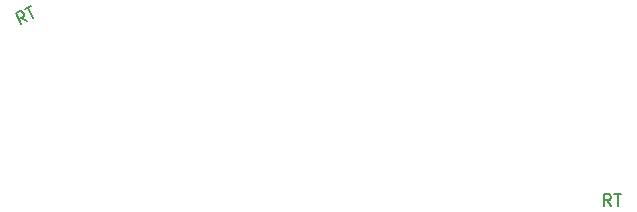
<source format=gto>
G04 #@! TF.GenerationSoftware,KiCad,Pcbnew,7.0.5*
G04 #@! TF.CreationDate,2023-08-16T14:00:07+08:00*
G04 #@! TF.ProjectId,RT,52542e6b-6963-4616-945f-706362585858,rev?*
G04 #@! TF.SameCoordinates,Original*
G04 #@! TF.FileFunction,Legend,Top*
G04 #@! TF.FilePolarity,Positive*
%FSLAX46Y46*%
G04 Gerber Fmt 4.6, Leading zero omitted, Abs format (unit mm)*
G04 Created by KiCad (PCBNEW 7.0.5) date 2023-08-16 14:00:07*
%MOMM*%
%LPD*%
G01*
G04 APERTURE LIST*
G04 Aperture macros list*
%AMRoundRect*
0 Rectangle with rounded corners*
0 $1 Rounding radius*
0 $2 $3 $4 $5 $6 $7 $8 $9 X,Y pos of 4 corners*
0 Add a 4 corners polygon primitive as box body*
4,1,4,$2,$3,$4,$5,$6,$7,$8,$9,$2,$3,0*
0 Add four circle primitives for the rounded corners*
1,1,$1+$1,$2,$3*
1,1,$1+$1,$4,$5*
1,1,$1+$1,$6,$7*
1,1,$1+$1,$8,$9*
0 Add four rect primitives between the rounded corners*
20,1,$1+$1,$2,$3,$4,$5,0*
20,1,$1+$1,$4,$5,$6,$7,0*
20,1,$1+$1,$6,$7,$8,$9,0*
20,1,$1+$1,$8,$9,$2,$3,0*%
%AMHorizOval*
0 Thick line with rounded ends*
0 $1 width*
0 $2 $3 position (X,Y) of the first rounded end (center of the circle)*
0 $4 $5 position (X,Y) of the second rounded end (center of the circle)*
0 Add line between two ends*
20,1,$1,$2,$3,$4,$5,0*
0 Add two circle primitives to create the rounded ends*
1,1,$1,$2,$3*
1,1,$1,$4,$5*%
%AMOutline4P*
0 Free polygon, 4 corners , with rotation*
0 The origin of the aperture is its center*
0 number of corners: always 4*
0 $1 to $8 corner X, Y*
0 $9 Rotation angle, in degrees counterclockwise*
0 create outline with 4 corners*
4,1,4,$1,$2,$3,$4,$5,$6,$7,$8,$1,$2,$9*%
G04 Aperture macros list end*
%ADD10C,0.150000*%
%ADD11RoundRect,0.425000X0.425000X-0.425000X0.425000X0.425000X-0.425000X0.425000X-0.425000X-0.425000X0*%
%ADD12O,1.700000X1.700000*%
%ADD13C,3.500000*%
%ADD14HorizOval,1.900000X0.135946X0.063393X-0.135946X-0.063393X0*%
%ADD15C,5.100000*%
%ADD16HorizOval,2.400000X-0.469952X0.285736X0.469952X-0.285736X0*%
%ADD17C,2.400000*%
%ADD18Outline4P,-1.300000X-1.200000X1.300000X-1.200000X1.300000X1.200000X-1.300000X1.200000X25.000000*%
%ADD19Outline4P,-1.200000X-1.200000X1.200000X-1.200000X1.200000X1.200000X-1.200000X1.200000X25.000000*%
%ADD20O,2.200000X1.900000*%
%ADD21HorizOval,2.400000X-0.305164X0.457575X0.305164X-0.457575X0*%
%ADD22Outline4P,-1.300000X-1.200000X1.300000X-1.200000X1.300000X1.200000X-1.300000X1.200000X0.000000*%
%ADD23Outline4P,-1.200000X-1.200000X1.200000X-1.200000X1.200000X1.200000X-1.200000X1.200000X0.000000*%
%ADD24R,1.600000X1.600000*%
%ADD25O,1.600000X1.600000*%
G04 APERTURE END LIST*
D10*
X126587478Y-94692392D02*
X126084129Y-94401690D01*
X126069588Y-94933889D02*
X125646970Y-94027581D01*
X125646970Y-94027581D02*
X125992230Y-93866583D01*
X125992230Y-93866583D02*
X126098670Y-93869491D01*
X126098670Y-93869491D02*
X126161952Y-93892524D01*
X126161952Y-93892524D02*
X126245359Y-93958715D01*
X126245359Y-93958715D02*
X126305733Y-94088187D01*
X126305733Y-94088187D02*
X126302825Y-94194627D01*
X126302825Y-94194627D02*
X126279792Y-94257909D01*
X126279792Y-94257909D02*
X126213602Y-94341316D01*
X126213602Y-94341316D02*
X125868341Y-94502313D01*
X126423805Y-93665337D02*
X126941695Y-93423840D01*
X127105369Y-94450896D02*
X126682750Y-93544588D01*
X176018571Y-110344819D02*
X175685238Y-109868628D01*
X175447143Y-110344819D02*
X175447143Y-109344819D01*
X175447143Y-109344819D02*
X175828095Y-109344819D01*
X175828095Y-109344819D02*
X175923333Y-109392438D01*
X175923333Y-109392438D02*
X175970952Y-109440057D01*
X175970952Y-109440057D02*
X176018571Y-109535295D01*
X176018571Y-109535295D02*
X176018571Y-109678152D01*
X176018571Y-109678152D02*
X175970952Y-109773390D01*
X175970952Y-109773390D02*
X175923333Y-109821009D01*
X175923333Y-109821009D02*
X175828095Y-109868628D01*
X175828095Y-109868628D02*
X175447143Y-109868628D01*
X176304286Y-109344819D02*
X176875714Y-109344819D01*
X176590000Y-110344819D02*
X176590000Y-109344819D01*
%LPC*%
D11*
X128740000Y-90650000D03*
D12*
X131280000Y-90650000D03*
X133820000Y-90650000D03*
X136360000Y-90650000D03*
D13*
X174115000Y-101450000D03*
D14*
X115053521Y-108607769D03*
D15*
X119856952Y-106367892D03*
D14*
X124660383Y-104128015D03*
D16*
X117393433Y-112206006D03*
D17*
X115330469Y-105676046D03*
X122350400Y-111715108D03*
D18*
X123528600Y-111165704D03*
D17*
X120003621Y-100672272D03*
X124706800Y-110616300D03*
D19*
X121118379Y-100152451D03*
D17*
X122233138Y-99632631D03*
D13*
X130410000Y-101450000D03*
D20*
X136740000Y-101450000D03*
D15*
X142040000Y-101450000D03*
D20*
X147340000Y-101450000D03*
D21*
X137340000Y-105700000D03*
D17*
X138230000Y-98910000D03*
X142040000Y-107350000D03*
D22*
X143340000Y-107350000D03*
D17*
X144580000Y-96350000D03*
X144640000Y-107350000D03*
D23*
X145810000Y-96350000D03*
D17*
X147040000Y-96350000D03*
D20*
X155790000Y-101450000D03*
D15*
X161090000Y-101450000D03*
D20*
X166390000Y-101450000D03*
D21*
X156390000Y-105700000D03*
D17*
X157280000Y-98910000D03*
X161090000Y-107350000D03*
D22*
X162390000Y-107350000D03*
D17*
X163630000Y-96350000D03*
X163690000Y-107350000D03*
D23*
X164860000Y-96350000D03*
D17*
X166090000Y-96350000D03*
D24*
X133785000Y-97650000D03*
D25*
X133785000Y-105250000D03*
D24*
X150295000Y-97650000D03*
D25*
X150295000Y-105250000D03*
D24*
X152835000Y-97650000D03*
D25*
X152835000Y-105250000D03*
%LPD*%
M02*

</source>
